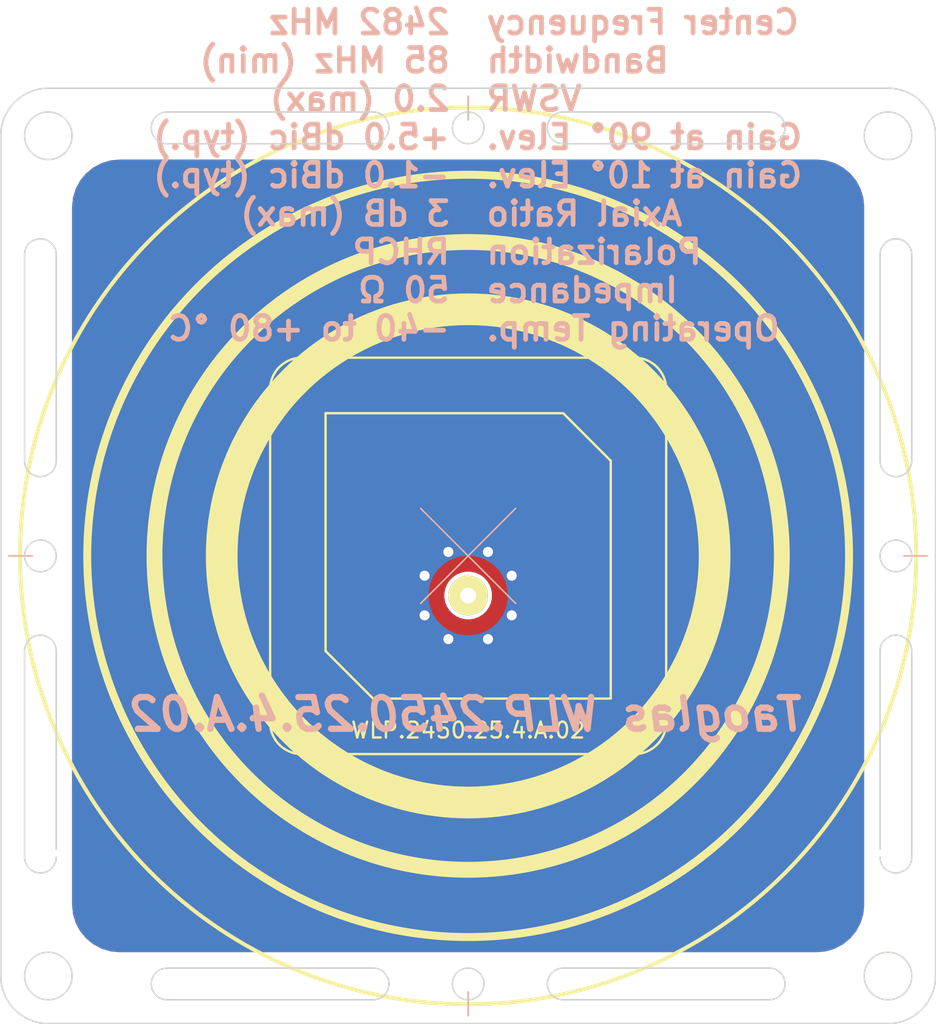
<source format=kicad_pcb>
(kicad_pcb (version 3) (host pcbnew "(2013-jul-07)-stable")

  (general
    (links 2)
    (no_connects 0)
    (area 270.449999 145.449999 329.550001 204.550001)
    (thickness 1.6)
    (drawings 89)
    (tracks 19)
    (zones 0)
    (modules 2)
    (nets 3)
  )

  (page A3)
  (layers
    (15 F.Cu signal)
    (0 B.Cu signal)
    (16 B.Adhes user)
    (17 F.Adhes user)
    (18 B.Paste user)
    (19 F.Paste user)
    (20 B.SilkS user)
    (21 F.SilkS user hide)
    (22 B.Mask user)
    (23 F.Mask user)
    (24 Dwgs.User user)
    (25 Cmts.User user)
    (26 Eco1.User user)
    (27 Eco2.User user)
    (28 Edge.Cuts user)
  )

  (setup
    (last_trace_width 0.254)
    (trace_clearance 0)
    (zone_clearance 1)
    (zone_45_only no)
    (trace_min 0.254)
    (segment_width 0.1)
    (edge_width 0.1)
    (via_size 0.889)
    (via_drill 0.635)
    (via_min_size 0.889)
    (via_min_drill 0.508)
    (uvia_size 0.508)
    (uvia_drill 0.127)
    (uvias_allowed no)
    (uvia_min_size 0.508)
    (uvia_min_drill 0.127)
    (pcb_text_width 0.3)
    (pcb_text_size 1.5 1.5)
    (mod_edge_width 0.15)
    (mod_text_size 1 1)
    (mod_text_width 0.15)
    (pad_size 2.5 2.5)
    (pad_drill 1)
    (pad_to_mask_clearance 0)
    (aux_axis_origin 300 175)
    (visible_elements 7FFFFFFF)
    (pcbplotparams
      (layerselection 284196865)
      (usegerberextensions true)
      (excludeedgelayer true)
      (linewidth 0.150000)
      (plotframeref false)
      (viasonmask false)
      (mode 1)
      (useauxorigin false)
      (hpglpennumber 1)
      (hpglpenspeed 20)
      (hpglpendiameter 15)
      (hpglpenoverlay 2)
      (psnegative false)
      (psa4output false)
      (plotreference true)
      (plotvalue true)
      (plotothertext true)
      (plotinvisibletext false)
      (padsonsilk false)
      (subtractmaskfromsilk false)
      (outputformat 1)
      (mirror false)
      (drillshape 0)
      (scaleselection 1)
      (outputdirectory gerber/))
  )

  (net 0 "")
  (net 1 /GND)
  (net 2 /RF)

  (net_class Default "This is the default net class."
    (clearance 0)
    (trace_width 0.254)
    (via_dia 0.889)
    (via_drill 0.635)
    (uvia_dia 0.508)
    (uvia_drill 0.127)
    (add_net "")
    (add_net /GND)
    (add_net /RF)
  )

  (module RG185_Pad (layer B.Cu) (tedit 540D044B) (tstamp 540CEDEE)
    (at 300 175.75 270)
    (path /540CE2EC)
    (fp_text reference P1 (at -1 2 270) (layer B.SilkS) hide
      (effects (font (size 1 1) (thickness 0.15)) (justify mirror))
    )
    (fp_text value COAX-RG185 (at -1 -2 270) (layer B.SilkS) hide
      (effects (font (size 1 1) (thickness 0.15)) (justify mirror))
    )
    (pad 1 connect rect (at -2.5 0 270) (size 3.5 1.5)
      (layers B.Cu B.Mask)
      (net 1 /GND)
      (die_length 1)
    )
    (pad 2 connect rect (at 1 0 270) (size 0.5 0.5)
      (layers B.Cu B.Mask)
      (net 2 /RF)
    )
  )

  (module WLP.2450.25.4.A.02 (layer F.Cu) (tedit 540D1674) (tstamp 540CEDE8)
    (at 300 175)
    (path /540CE2DD)
    (fp_text reference ANT1 (at 0 -10.5) (layer F.SilkS) hide
      (effects (font (size 1 1) (thickness 0.15)))
    )
    (fp_text value WLP.2450.25.4.A.02 (at 0 11) (layer F.SilkS)
      (effects (font (size 1 1) (thickness 0.15)))
    )
    (fp_line (start -9 -9) (end 6 -9) (layer F.SilkS) (width 0.15))
    (fp_line (start 6 -9) (end 9 -6) (layer F.SilkS) (width 0.15))
    (fp_line (start 9 -6) (end 9 9) (layer F.SilkS) (width 0.15))
    (fp_line (start 9 9) (end -6 9) (layer F.SilkS) (width 0.15))
    (fp_line (start -6 9) (end -9 6) (layer F.SilkS) (width 0.15))
    (fp_line (start -9 6) (end -9 -9) (layer F.SilkS) (width 0.15))
    (fp_line (start -12.5 10.5) (end -12.5 -10.5) (layer F.SilkS) (width 0.15))
    (fp_line (start 10.5 12.5) (end -10.5 12.5) (layer F.SilkS) (width 0.15))
    (fp_line (start 12.5 -10.5) (end 12.5 10.5) (layer F.SilkS) (width 0.15))
    (fp_line (start -10.5 -12.5) (end 10.5 -12.5) (layer F.SilkS) (width 0.15))
    (fp_arc (start -10.5 -10.5) (end -12.5 -10.5) (angle 90) (layer F.SilkS) (width 0.15))
    (fp_arc (start -10.5 10.5) (end -10.5 12.5) (angle 90) (layer F.SilkS) (width 0.15))
    (fp_arc (start 10.5 10.5) (end 12.5 10.5) (angle 90) (layer F.SilkS) (width 0.15))
    (fp_arc (start 10.5 -10.5) (end 10.5 -12.5) (angle 90) (layer F.SilkS) (width 0.15))
    (pad 2 thru_hole circle (at 0 2.5) (size 2.5 2.5) (drill 1)
      (layers *.Mask B.Cu F.SilkS)
      (net 2 /RF)
      (clearance 1.25)
    )
    (pad 1 connect rect (at 0 -0.5) (size 0.5 0.5)
      (layers F.Cu)
      (net 1 /GND)
    )
  )

  (gr_line (start 319 149) (end 306 149) (angle 90) (layer Edge.Cuts) (width 0.1))
  (gr_line (start 306 147) (end 319 147) (angle 90) (layer Edge.Cuts) (width 0.1))
  (gr_line (start 294 149) (end 281 149) (angle 90) (layer Edge.Cuts) (width 0.1))
  (gr_line (start 281 147) (end 294 147) (angle 90) (layer Edge.Cuts) (width 0.1))
  (gr_arc (start 319 148) (end 320 148) (angle 90) (layer Edge.Cuts) (width 0.1))
  (gr_arc (start 319 148) (end 319 147) (angle 90) (layer Edge.Cuts) (width 0.1))
  (gr_arc (start 306 148) (end 306 149) (angle 90) (layer Edge.Cuts) (width 0.1))
  (gr_arc (start 306 148) (end 305 148) (angle 90) (layer Edge.Cuts) (width 0.1))
  (gr_arc (start 294 148) (end 295 148) (angle 90) (layer Edge.Cuts) (width 0.1))
  (gr_arc (start 294 148) (end 294 147) (angle 90) (layer Edge.Cuts) (width 0.1))
  (gr_arc (start 281 148) (end 280 148) (angle 90) (layer Edge.Cuts) (width 0.1))
  (gr_arc (start 281 148) (end 281 149) (angle 90) (layer Edge.Cuts) (width 0.1))
  (gr_line (start 294 201) (end 281 201) (angle 90) (layer Edge.Cuts) (width 0.1))
  (gr_line (start 281 203) (end 294 203) (angle 90) (layer Edge.Cuts) (width 0.1))
  (gr_arc (start 281 202) (end 280 202) (angle 90) (layer Edge.Cuts) (width 0.1))
  (gr_arc (start 281 202) (end 281 203) (angle 90) (layer Edge.Cuts) (width 0.1))
  (gr_arc (start 294 202) (end 295 202) (angle 90) (layer Edge.Cuts) (width 0.1))
  (gr_arc (start 294 202) (end 294 201) (angle 90) (layer Edge.Cuts) (width 0.1))
  (gr_line (start 319 203) (end 306 203) (angle 90) (layer Edge.Cuts) (width 0.1))
  (gr_line (start 306 201) (end 319 201) (angle 90) (layer Edge.Cuts) (width 0.1))
  (gr_arc (start 319 202) (end 319 201) (angle 90) (layer Edge.Cuts) (width 0.1))
  (gr_arc (start 319 202) (end 320 202) (angle 90) (layer Edge.Cuts) (width 0.1))
  (gr_arc (start 306 202) (end 305 202) (angle 90) (layer Edge.Cuts) (width 0.1))
  (gr_arc (start 306 202) (end 306 203) (angle 90) (layer Edge.Cuts) (width 0.1))
  (gr_line (start 272 156) (end 272 169) (angle 90) (layer Edge.Cuts) (width 0.1))
  (gr_line (start 274 169) (end 274 156) (angle 90) (layer Edge.Cuts) (width 0.1))
  (gr_line (start 274 193.5) (end 274 181) (angle 90) (layer Edge.Cuts) (width 0.1))
  (gr_line (start 272 194) (end 272 181) (angle 90) (layer Edge.Cuts) (width 0.1))
  (gr_arc (start 273 194) (end 273 195) (angle 90) (layer Edge.Cuts) (width 0.1))
  (gr_arc (start 273 194) (end 274 194) (angle 90) (layer Edge.Cuts) (width 0.1))
  (gr_arc (start 273 181) (end 272 181) (angle 90) (layer Edge.Cuts) (width 0.1))
  (gr_arc (start 273 181) (end 273 180) (angle 90) (layer Edge.Cuts) (width 0.1))
  (gr_arc (start 273 156) (end 273 155) (angle 90) (layer Edge.Cuts) (width 0.1))
  (gr_arc (start 273 156) (end 272 156) (angle 90) (layer Edge.Cuts) (width 0.1))
  (gr_arc (start 273 169) (end 273 170) (angle 90) (layer Edge.Cuts) (width 0.1))
  (gr_arc (start 273 169) (end 274 169) (angle 90) (layer Edge.Cuts) (width 0.1))
  (gr_circle (center 300 202) (end 300 203) (layer Edge.Cuts) (width 0.1))
  (gr_circle (center 273 175) (end 272 175) (layer Edge.Cuts) (width 0.1))
  (gr_circle (center 300 148) (end 300 147) (layer Edge.Cuts) (width 0.1))
  (gr_circle (center 327 175) (end 327 174) (layer Edge.Cuts) (width 0.1))
  (gr_line (start 326 169) (end 326 156) (angle 90) (layer Edge.Cuts) (width 0.1))
  (gr_line (start 328 156) (end 328 169) (angle 90) (layer Edge.Cuts) (width 0.1))
  (gr_arc (start 327 156) (end 327 155) (angle 90) (layer Edge.Cuts) (width 0.1))
  (gr_arc (start 327 156) (end 326 156) (angle 90) (layer Edge.Cuts) (width 0.1))
  (gr_arc (start 327 169) (end 327 170) (angle 90) (layer Edge.Cuts) (width 0.1))
  (gr_arc (start 327 169) (end 328 169) (angle 90) (layer Edge.Cuts) (width 0.1))
  (gr_line (start 326 193.5) (end 326 181) (angle 90) (layer Edge.Cuts) (width 0.1))
  (gr_line (start 328 181) (end 328 194) (angle 90) (layer Edge.Cuts) (width 0.1))
  (gr_arc (start 327 181) (end 327 180) (angle 90) (layer Edge.Cuts) (width 0.1))
  (gr_arc (start 327 181) (end 326 181) (angle 90) (layer Edge.Cuts) (width 0.1))
  (gr_arc (start 327 194) (end 327 195) (angle 90) (layer Edge.Cuts) (width 0.1))
  (gr_arc (start 327 194) (end 328 194) (angle 90) (layer Edge.Cuts) (width 0.1))
  (gr_line (start 303 178) (end 297 172) (angle 90) (layer B.SilkS) (width 0.1))
  (gr_line (start 297 178) (end 303 172) (angle 90) (layer B.SilkS) (width 0.1))
  (gr_line (start 271 175) (end 272.5 175) (angle 90) (layer B.SilkS) (width 0.1))
  (gr_line (start 300 204) (end 300 202.5) (angle 90) (layer B.SilkS) (width 0.1))
  (gr_line (start 329 175) (end 327.5 175) (angle 90) (layer B.SilkS) (width 0.1))
  (gr_line (start 300 146) (end 300 147.5) (angle 90) (layer B.SilkS) (width 0.1))
  (gr_line (start 300 146) (end 300 147.5) (angle 90) (layer F.SilkS) (width 0.1))
  (gr_line (start 271 175) (end 272.5 175) (angle 90) (layer F.SilkS) (width 0.1))
  (gr_line (start 300 204) (end 300 202.5) (angle 90) (layer F.SilkS) (width 0.1))
  (gr_line (start 329 175) (end 327.5 175) (angle 90) (layer F.SilkS) (width 0.1))
  (gr_text "Taoglas WLP.2450.25.4.A.02" (at 300 185) (layer B.SilkS)
    (effects (font (size 2 2) (thickness 0.4) italic) (justify mirror))
  )
  (gr_text "2482 MHz\n85 MHz (min)\n2.0 (max)\n+5.0 dBic (typ.)\n-1.0 dBic (typ.)\n3 dB (max)\nRHCP\n50 Ω\n-40 to +80 °C" (at 299 151) (layer B.SilkS)
    (effects (font (size 1.5 1.5) (thickness 0.3)) (justify left mirror))
  )
  (gr_text "Center Frequency\nBandwidth\nVSWR\nGain at 90° Elev.\nGain at 10° Elev.\nAxial Ratio\nPolarization\nImpedance\nOperating Temp." (at 301 151) (layer B.SilkS)
    (effects (font (size 1.5 1.5) (thickness 0.3)) (justify right mirror))
  )
  (gr_arc (start 300 175) (end 320 155) (angle 360) (layer F.SilkS) (width 0.25))
  (gr_arc (start 300 175) (end 311 164) (angle 360) (layer F.SilkS) (width 2))
  (gr_arc (start 300 175) (end 317 158) (angle 360) (layer F.SilkS) (width 0.5))
  (gr_arc (start 300 175) (end 314 161) (angle 360) (layer F.SilkS) (width 1))
  (gr_line (start 297.25 176.25) (end 298.75 174.75) (angle 90) (layer Dwgs.User) (width 0.1))
  (gr_line (start 297.25 178.75) (end 297.25 176.25) (angle 90) (layer Dwgs.User) (width 0.1))
  (gr_line (start 298.75 180.25) (end 297.25 178.75) (angle 90) (layer Dwgs.User) (width 0.1))
  (gr_line (start 301.25 180.25) (end 298.75 180.25) (angle 90) (layer Dwgs.User) (width 0.1))
  (gr_line (start 302.75 178.75) (end 301.25 180.25) (angle 90) (layer Dwgs.User) (width 0.1))
  (gr_line (start 302.75 176.25) (end 302.75 178.75) (angle 90) (layer Dwgs.User) (width 0.1))
  (gr_line (start 301.25 174.75) (end 302.75 176.25) (angle 90) (layer Dwgs.User) (width 0.1))
  (gr_line (start 298.75 174.75) (end 301.25 174.75) (angle 90) (layer Dwgs.User) (width 0.1))
  (gr_line (start 270.5 148.5) (end 270.5 201.5) (angle 90) (layer Edge.Cuts) (width 0.1))
  (gr_line (start 326.5 145.5) (end 273.5 145.5) (angle 90) (layer Edge.Cuts) (width 0.1))
  (gr_line (start 329.5 201.5) (end 329.5 148.5) (angle 90) (layer Edge.Cuts) (width 0.1))
  (gr_line (start 273.5 204.5) (end 326.5 204.5) (angle 90) (layer Edge.Cuts) (width 0.1))
  (gr_arc (start 273.5 201.5) (end 273.5 204.5) (angle 90) (layer Edge.Cuts) (width 0.1))
  (gr_arc (start 326.5 201.5) (end 329.5 201.5) (angle 90) (layer Edge.Cuts) (width 0.1))
  (gr_arc (start 326.5 148.5) (end 326.5 145.5) (angle 90) (layer Edge.Cuts) (width 0.1))
  (gr_arc (start 273.5 148.5) (end 270.5 148.5) (angle 90) (layer Edge.Cuts) (width 0.1))
  (gr_circle (center 273.5 148.5) (end 275 148.5) (layer Edge.Cuts) (width 0.1))
  (gr_circle (center 273.5 201.5) (end 273.5 200) (layer Edge.Cuts) (width 0.1))
  (gr_circle (center 326.5 201.5) (end 326.5 200) (layer Edge.Cuts) (width 0.1))
  (gr_circle (center 326.5 148.5) (end 325 148.5) (layer Edge.Cuts) (width 0.1))

  (segment (start 300 174.5) (end 301 174.5) (width 0.254) (layer F.Cu) (net 1))
  (segment (start 299 174.5) (end 300 174.5) (width 0.254) (layer F.Cu) (net 1) (tstamp 540D0A82))
  (segment (start 298.75 174.75) (end 299 174.5) (width 0.254) (layer F.Cu) (net 1) (tstamp 540D0A81))
  (via blind (at 298.75 174.75) (size 0.889) (layers F.Cu B.Cu) (net 1))
  (segment (start 297.25 176.25) (end 298.75 174.75) (width 0.254) (layer B.Cu) (net 1) (tstamp 540D0A7D))
  (via blind (at 297.25 176.25) (size 0.889) (layers F.Cu B.Cu) (net 1))
  (segment (start 297.25 178.75) (end 297.25 176.25) (width 0.254) (layer F.Cu) (net 1) (tstamp 540D0A7A))
  (via blind (at 297.25 178.75) (size 0.889) (layers F.Cu B.Cu) (net 1))
  (segment (start 298.75 180.25) (end 297.25 178.75) (width 0.254) (layer B.Cu) (net 1) (tstamp 540D0A77))
  (via blind (at 298.75 180.25) (size 0.889) (layers F.Cu B.Cu) (net 1))
  (segment (start 301.25 180.25) (end 298.75 180.25) (width 0.254) (layer F.Cu) (net 1) (tstamp 540D0A74))
  (via blind (at 301.25 180.25) (size 0.889) (layers F.Cu B.Cu) (net 1))
  (segment (start 302.75 178.75) (end 301.25 180.25) (width 0.254) (layer B.Cu) (net 1) (tstamp 540D0A71))
  (via blind (at 302.75 178.75) (size 0.889) (layers F.Cu B.Cu) (net 1))
  (segment (start 302.75 176.25) (end 302.75 178.75) (width 0.254) (layer F.Cu) (net 1) (tstamp 540D0A6E))
  (via blind (at 302.75 176.25) (size 0.889) (layers F.Cu B.Cu) (net 1))
  (segment (start 301.25 174.75) (end 302.75 176.25) (width 0.254) (layer B.Cu) (net 1) (tstamp 540D0A6B))
  (via blind (at 301.25 174.75) (size 0.889) (layers F.Cu B.Cu) (net 1))
  (segment (start 301 174.5) (end 301.25 174.75) (width 0.254) (layer F.Cu) (net 1) (tstamp 540D0A67))

  (zone (net 1) (net_name /GND) (layer F.Cu) (tstamp 540CF62D) (hatch edge 0.508)
    (connect_pads yes (clearance 1))
    (min_thickness 0.05)
    (fill (arc_segments 32) (thermal_gap 1) (thermal_bridge_width 2) (smoothing fillet) (radius 3))
    (polygon
      (pts
        (xy 275 150) (xy 325 150) (xy 325 200) (xy 275 200)
      )
    )
    (filled_polygon
      (pts
        (xy 324.975 196.998772) (xy 324.917718 197.58037) (xy 324.74843 198.138437) (xy 324.473522 198.652755) (xy 324.103557 199.103557)
        (xy 323.652755 199.473522) (xy 323.138437 199.74843) (xy 322.58037 199.917718) (xy 321.998772 199.975) (xy 301.525065 199.975)
        (xy 301.525065 177.350466) (xy 301.466975 177.057094) (xy 301.353009 176.780592) (xy 301.187508 176.531492) (xy 300.976774 176.319282)
        (xy 300.728836 176.152046) (xy 300.453137 176.036152) (xy 300.160177 175.976017) (xy 299.861117 175.973929) (xy 299.567346 176.029968)
        (xy 299.290055 176.142001) (xy 299.039806 176.30576) (xy 298.82613 176.515006) (xy 298.657167 176.761771) (xy 298.539352 177.036655)
        (xy 298.477172 177.329187) (xy 298.472996 177.628226) (xy 298.526984 177.922381) (xy 298.637078 178.200447) (xy 298.799085 178.451833)
        (xy 299.006835 178.666965) (xy 299.252415 178.837647) (xy 299.526469 178.957378) (xy 299.81856 179.021598) (xy 300.117563 179.027862)
        (xy 300.412087 178.975929) (xy 300.690915 178.867779) (xy 300.943426 178.70753) (xy 301.160003 178.501287) (xy 301.332395 178.256906)
        (xy 301.454037 177.983694) (xy 301.520295 177.692058) (xy 301.525065 177.350466) (xy 301.525065 199.975) (xy 278.001228 199.975)
        (xy 277.41963 199.917718) (xy 276.861563 199.74843) (xy 276.347245 199.473522) (xy 275.896443 199.103557) (xy 275.526478 198.652755)
        (xy 275.25157 198.138437) (xy 275.082282 197.58037) (xy 275.025 196.998772) (xy 275.025 153.001228) (xy 275.082282 152.41963)
        (xy 275.25157 151.861563) (xy 275.526478 151.347245) (xy 275.896443 150.896443) (xy 276.347245 150.526478) (xy 276.861563 150.25157)
        (xy 277.41963 150.082282) (xy 278.001228 150.025) (xy 321.998772 150.025) (xy 322.58037 150.082282) (xy 323.138437 150.25157)
        (xy 323.652755 150.526478) (xy 324.103557 150.896443) (xy 324.473522 151.347245) (xy 324.74843 151.861563) (xy 324.917718 152.41963)
        (xy 324.975 153.001228) (xy 324.975 196.998772)
      )
    )
  )
  (zone (net 1) (net_name /GND) (layer B.Cu) (tstamp 540CF62D) (hatch edge 0.508)
    (connect_pads yes (clearance 0))
    (min_thickness 0.05)
    (fill (arc_segments 32) (thermal_gap 1) (thermal_bridge_width 2) (smoothing fillet) (radius 3))
    (polygon
      (pts
        (xy 275 150) (xy 325 150) (xy 325 200) (xy 275 200)
      )
    )
    (filled_polygon
      (pts
        (xy 324.975 196.998772) (xy 324.917718 197.58037) (xy 324.74843 198.138437) (xy 324.473522 198.652755) (xy 324.103557 199.103557)
        (xy 323.652755 199.473522) (xy 323.138437 199.74843) (xy 322.58037 199.917718) (xy 321.998772 199.975) (xy 302.525108 199.975)
        (xy 302.525108 177.252411) (xy 302.428927 176.766664) (xy 302.24023 176.308849) (xy 301.966202 175.896405) (xy 301.617283 175.545041)
        (xy 301.206762 175.268141) (xy 300.750275 175.076251) (xy 300.265211 174.976682) (xy 299.770045 174.973225) (xy 299.283638 175.066012)
        (xy 298.824517 175.251509) (xy 298.41017 175.52265) (xy 298.056379 175.869108) (xy 297.77662 176.277686) (xy 297.581548 176.732822)
        (xy 297.478595 177.217179) (xy 297.471681 177.712309) (xy 297.56107 178.199352) (xy 297.743358 178.659757) (xy 298.0116 179.075987)
        (xy 298.355579 179.432188) (xy 298.762194 179.714793) (xy 299.215957 179.913037) (xy 299.699583 180.019369) (xy 300.194653 180.029739)
        (xy 300.682308 179.943752) (xy 301.143974 179.764684) (xy 301.562067 179.499354) (xy 301.920661 179.15787) (xy 302.206097 178.753238)
        (xy 302.407504 178.30087) (xy 302.51721 177.817998) (xy 302.525108 177.252411) (xy 302.525108 199.975) (xy 278.001228 199.975)
        (xy 277.41963 199.917718) (xy 276.861563 199.74843) (xy 276.347245 199.473522) (xy 275.896443 199.103557) (xy 275.526478 198.652755)
        (xy 275.25157 198.138437) (xy 275.082282 197.58037) (xy 275.025 196.998772) (xy 275.025 153.001228) (xy 275.082282 152.41963)
        (xy 275.25157 151.861563) (xy 275.526478 151.347245) (xy 275.896443 150.896443) (xy 276.347245 150.526478) (xy 276.861563 150.25157)
        (xy 277.41963 150.082282) (xy 278.001228 150.025) (xy 321.998772 150.025) (xy 322.58037 150.082282) (xy 323.138437 150.25157)
        (xy 323.652755 150.526478) (xy 324.103557 150.896443) (xy 324.473522 151.347245) (xy 324.74843 151.861563) (xy 324.917718 152.41963)
        (xy 324.975 153.001228) (xy 324.975 196.998772)
      )
    )
  )
)

</source>
